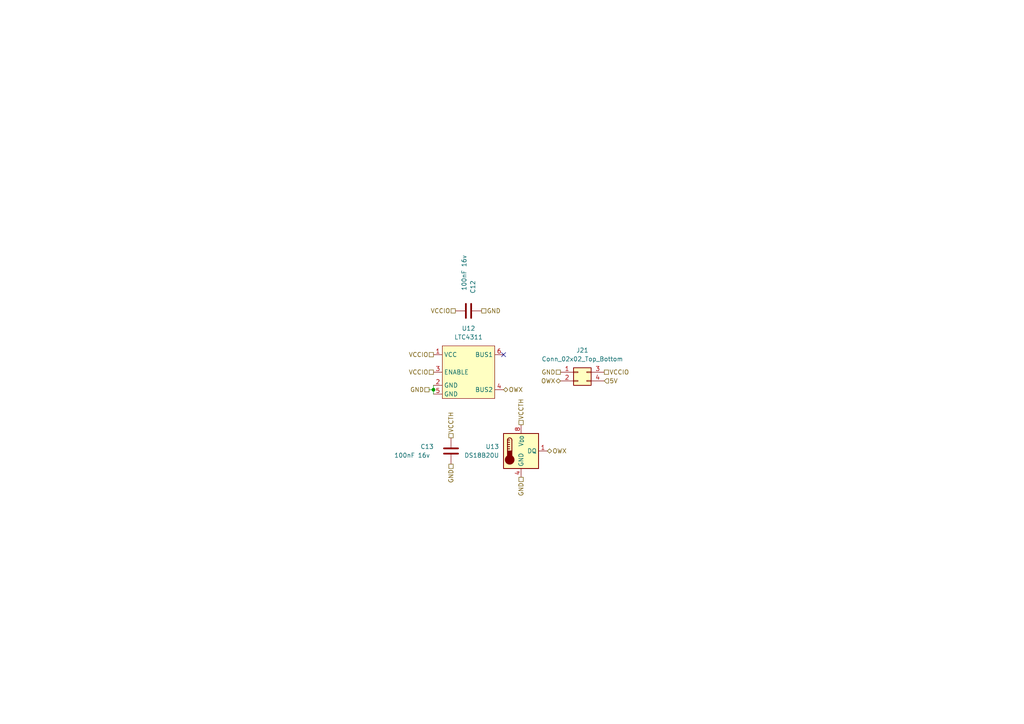
<source format=kicad_sch>
(kicad_sch (version 20250114) (generator "eeschema") (generator_version "9.0")
  (paper "A4")
  (lib_symbols
    (symbol "Connector_Generic:Conn_02x02_Top_Bottom" (pin_names (offset 1.016) (hide yes))
      (property "Reference" "J" (at 1.27 2.54 0))
      (property "Value" "Conn_02x02_Top_Bottom" (at 1.27 -5.08 0))
      (symbol "Conn_02x02_Top_Bottom_1_1"
        (rectangle (start -1.27 1.27) (end 3.81 -3.81) (stroke (width 0.254)) (fill (type background)))
        (rectangle (start -1.27 0.127) (end 0 -0.127) (stroke (width 0.1524)))
        (rectangle (start -1.27 -2.413) (end 0 -2.667) (stroke (width 0.1524)))
        (rectangle (start 3.81 0.127) (end 2.54 -0.127) (stroke (width 0.1524)))
        (rectangle (start 3.81 -2.413) (end 2.54 -2.667) (stroke (width 0.1524)))
        (pin passive line (at -5.08 0 0) (length 3.81) (name "Pin_1") (number "1"))
        (pin passive line (at -5.08 -2.54 0) (length 3.81) (name "Pin_2") (number "2"))
        (pin passive line (at 7.62 0 180) (length 3.81) (name "Pin_3") (number "3"))
        (pin passive line (at 7.62 -2.54 180) (length 3.81) (name "Pin_4") (number "4"))
      )
    )
    (symbol "Device:C" (pin_numbers (hide yes)) (pin_names (offset 0.254))
      (property "Reference" "C" (at 0.635 2.54 0))
      (property "Value" "C" (at 0.635 -2.54 0))
      (symbol "C_0_1"
        (polyline (pts (xy -2.032 0.762) (xy 2.032 0.762)) (stroke (width 0.508)))
        (polyline (pts (xy -2.032 -0.762) (xy 2.032 -0.762)) (stroke (width 0.508)))
      )
      (symbol "C_1_1"
        (pin passive line (at 0 3.81 270) (length 2.794) (name "~") (number "1"))
        (pin passive line (at 0 -3.81 90) (length 2.794) (name "~") (number "2"))
      )
    )
    (symbol "Interface_Accelerator:LTC4311"
      (property "Reference" "U" (at -6.858 8.89 0))
      (property "Value" "LTC4311" (at 4.064 8.89 0))
      (symbol "LTC4311_1_1"
        (rectangle (start -7.62 7.62) (end 7.62 -7.62) (fill (type background)))
        (pin power_in line (at -10.16 5.08 0) (length 2.54) (name "VCC") (number "1"))
        (pin input line (at -10.16 0 0) (length 2.54) (name "ENABLE") (number "3"))
        (pin power_in line (at -10.16 -3.81 0) (length 2.54) (name "GND") (number "2"))
        (pin power_in line (at -10.16 -6.35 0) (length 2.54) (name "GND") (number "5"))
        (pin bidirectional line (at 10.16 5.08 180) (length 2.54) (name "BUS1") (number "6"))
        (pin bidirectional line (at 10.16 -5.08 180) (length 2.54) (name "BUS2") (number "4"))
      )
    )
    (symbol "Sensor_Temperature:DS18B20U"
      (property "Reference" "U" (at -3.81 6.35 0))
      (property "Value" "DS18B20U" (at 6.35 6.35 0))
      (symbol "DS18B20U_0_1"
        (rectangle (start -5.08 5.08) (end 5.08 -5.08) (stroke (width 0.254)) (fill (type background)))
        (polyline (pts (xy -3.937 3.175) (xy -3.937 0)) (stroke (width 0.254)))
        (polyline (pts (xy -3.937 3.175) (xy -3.302 3.175)) (stroke (width 0.254)))
        (polyline (pts (xy -3.937 2.54) (xy -3.302 2.54)) (stroke (width 0.254)))
        (polyline (pts (xy -3.937 1.905) (xy -3.302 1.905)) (stroke (width 0.254)))
        (polyline (pts (xy -3.937 1.27) (xy -3.302 1.27)) (stroke (width 0.254)))
        (polyline (pts (xy -3.937 0.635) (xy -3.302 0.635)) (stroke (width 0.254)))
        (arc (start -3.937 3.175) (mid -3.302 3.8073) (end -2.667 3.175) (stroke (width 0.254)))
        (circle (center -3.302 -2.54) (radius 1.27) (stroke (width 0.254)) (fill (type outline)))
        (polyline (pts (xy -2.667 3.175) (xy -2.667 0)) (stroke (width 0.254)))
        (rectangle (start -2.667 -1.905) (end -3.937 0) (stroke (width 0.254)) (fill (type outline)))
      )
      (symbol "DS18B20U_1_1"
        (pin no_connect line (at -5.08 2.54 0) (length 2.54) (hide yes) (name "NC") (number "2"))
        (pin no_connect line (at -5.08 0 0) (length 2.54) (hide yes) (name "NC") (number "3"))
        (pin no_connect line (at -5.08 -2.54 0) (length 2.54) (hide yes) (name "NC") (number "5"))
        (pin power_in line (at 0 7.62 270) (length 2.54) (name "V_{DD}") (number "8"))
        (pin power_in line (at 0 -7.62 90) (length 2.54) (name "GND") (number "4"))
        (pin no_connect line (at 5.08 2.54 180) (length 2.54) (hide yes) (name "NC") (number "6"))
        (pin no_connect line (at 5.08 -2.54 180) (length 2.54) (hide yes) (name "NC") (number "7"))
        (pin bidirectional line (at 7.62 0 180) (length 2.54) (name "DQ") (number "1"))
      )
    )
  )
  (junction (at 125.73 113.03))
  (no_connect (at 146.05 102.87))
  (wire (pts (xy 125.73 111.76) (xy 125.73 113.03)))
  (wire (pts (xy 125.73 113.03) (xy 125.73 114.3)))
  (wire (pts (xy 124.46 113.03) (xy 125.73 113.03)))
  (hierarchical_label "GND" (shape passive) (at 151.13 138.43 270))
  (hierarchical_label "5V" (shape input) (at 175.26 110.49 0))
  (hierarchical_label "GND" (shape passive) (at 162.56 107.95 180))
  (hierarchical_label "VCCIO" (shape passive) (at 132.08 90.17 180))
  (hierarchical_label "VCCIO" (shape passive) (at 125.73 107.95 180))
  (hierarchical_label "GND" (shape passive) (at 130.81 134.62 270))
  (hierarchical_label "VCCTH" (shape passive) (at 130.81 127 90))
  (hierarchical_label "VCCTH" (shape passive) (at 151.13 123.19 90))
  (hierarchical_label "GND" (shape passive) (at 124.46 113.03 180))
  (hierarchical_label "VCCIO" (shape passive) (at 125.73 102.87 180))
  (hierarchical_label "GND" (shape passive) (at 139.7 90.17 0))
  (hierarchical_label "OWX" (shape bidirectional) (at 146.05 113.03 0))
  (hierarchical_label "OWX" (shape bidirectional) (at 162.56 110.49 180))
  (hierarchical_label "OWX" (shape bidirectional) (at 158.75 130.81 0))
  (hierarchical_label "VCCIO" (shape passive) (at 175.26 107.95 0))
  (symbol (lib_id "Interface_Accelerator:LTC4311") (at 135.89 107.95 0) (unit 1)
    (property "Reference" "U12" (at 135.89 95.25 0))
    (property "Value" "LTC4311" (at 135.89 97.79 0))
    (property "Footprint" "Package_TO_SOT_SMD:SOT-363_SC-70-6" (effects (hide yes)))
    (property "Description" "Low Voltage I2C/SMBus Accelerator" (effects (hide yes)))
    (property "Part Number" "LTC4311CSC6#TRPBF" (effects (hide yes)))
  )
  (symbol (lib_id "Device:C") (at 135.89 90.17 90) (unit 1)
    (property "Reference" "C12" (at 137.16 81.28 0) (effects (justify right)))
    (property "Value" "100nF 16v" (at 134.62 73.914 0) (effects (justify right)))
    (property "Footprint" "Capacitor_SMD:C_0402_1005Metric" (effects (hide yes)))
    (property "Description" "Unpolarized capacitor" (effects (hide yes)))
    (property "Part Number" "GRM155R71C104KA88D" (effects (hide yes)))
  )
  (symbol (lib_id "Sensor_Temperature:DS18B20U") (at 151.13 130.81 0) (unit 1)
    (property "Reference" "U13" (at 144.78 129.5399 0) (effects (justify right)))
    (property "Value" "DS18B20U" (at 144.78 132.0799 0) (effects (justify right)))
    (property "Footprint" "Package_SO:MSOP-8_3x3mm_P0.65mm" (effects (hide yes)))
    (property "Datasheet" "http://datasheets.maximintegrated.com/en/ds/DS18B20.pdf" (effects (hide yes)))
    (property "Description" "Programmable Resolution 1-Wire Digital Thermometer MSOP-8" (effects (hide yes)))
    (property "Part Number" "DS18B20U+T&R" (effects (hide yes)))
  )
  (symbol (lib_id "Connector_Generic:Conn_02x02_Top_Bottom") (at 167.64 107.95 0) (unit 1)
    (property "Reference" "J21" (at 168.91 101.6 0))
    (property "Value" "Conn_02x02_Top_Bottom" (at 168.91 104.14 0))
    (property "Footprint" "Connector_Molex:Molex_Nano-Fit_105310-xx04_2x02_P2.50mm_Vertical" (effects (hide yes)))
    (property "Description" "Generic connector, double row, 02x02, top/bottom pin numbering scheme (row 1: 1...pins_per_row, row2: pins_per_row+1 ... num_pins), script generated (kicad-library-utils/schlib/autogen/connector/)" (effects (hide yes)))
  )
  (symbol (lib_id "Device:C") (at 130.81 130.81 180) (unit 1)
    (property "Reference" "C13" (at 121.92 129.54 0) (effects (justify right)))
    (property "Value" "100nF 16v" (at 114.3 132.08 0) (effects (justify right)))
    (property "Footprint" "Capacitor_SMD:C_0402_1005Metric" (effects (hide yes)))
    (property "Description" "Unpolarized capacitor" (effects (hide yes)))
    (property "Part Number" "GRM155R71C104KA88D" (effects (hide yes)))
  )
)
</source>
